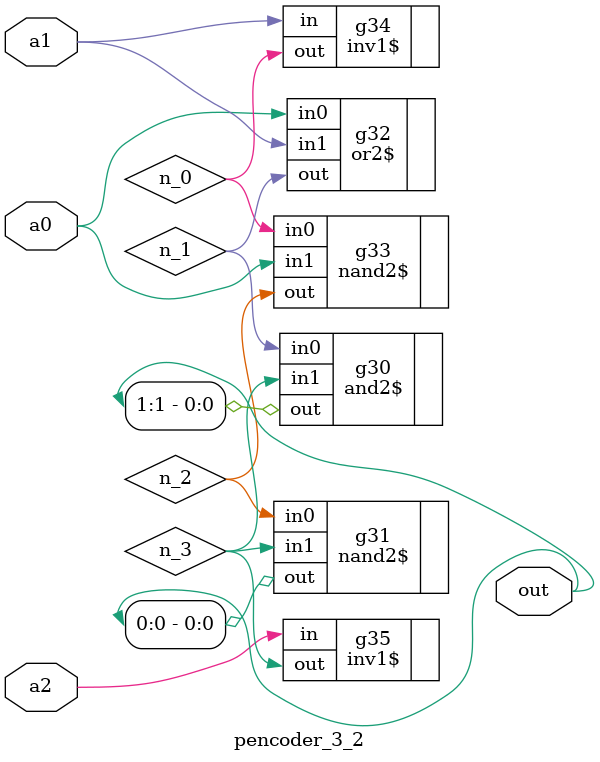
<source format=v>


// Verification Directory fv/pencoder_3_2 

module pencoder_3_2(a0, a1, a2, out);
  input a0, a1, a2;
  output [1:0] out;
  wire a0, a1, a2;
  wire [1:0] out;
  wire n_0, n_1, n_2, n_3;
  nand2$ g31(.in0 (n_2), .in1 (n_3), .out (out[0]));
  and2$ g30(.in0 (n_1), .in1 (n_3), .out (out[1]));
  nand2$ g33(.in0 (n_0), .in1 (a0), .out (n_2));
  or2$ g32(.in0 (a0), .in1 (a1), .out (n_1));
  inv1$ g34(.in (a1), .out (n_0));
  inv1$ g35(.in (a2), .out (n_3));
endmodule


</source>
